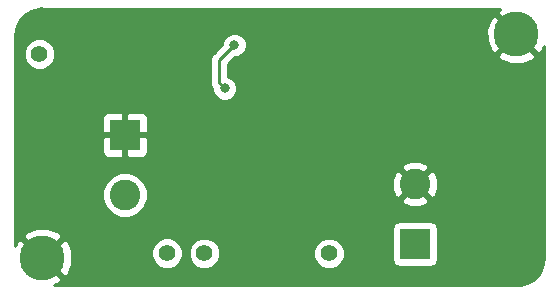
<source format=gbr>
G04 #@! TF.GenerationSoftware,KiCad,Pcbnew,5.0.2+dfsg1-1*
G04 #@! TF.CreationDate,2020-04-05T23:11:44-04:00*
G04 #@! TF.ProjectId,vreg-741,76726567-2d37-4343-912e-6b696361645f,rev?*
G04 #@! TF.SameCoordinates,Original*
G04 #@! TF.FileFunction,Copper,L2,Bot*
G04 #@! TF.FilePolarity,Positive*
%FSLAX46Y46*%
G04 Gerber Fmt 4.6, Leading zero omitted, Abs format (unit mm)*
G04 Created by KiCad (PCBNEW 5.0.2+dfsg1-1) date Sun 05 Apr 2020 11:11:44 PM EDT*
%MOMM*%
%LPD*%
G01*
G04 APERTURE LIST*
G04 #@! TA.AperFunction,ComponentPad*
%ADD10C,2.600000*%
G04 #@! TD*
G04 #@! TA.AperFunction,ComponentPad*
%ADD11R,2.600000X2.600000*%
G04 #@! TD*
G04 #@! TA.AperFunction,ComponentPad*
%ADD12C,1.400000*%
G04 #@! TD*
G04 #@! TA.AperFunction,ComponentPad*
%ADD13C,3.800000*%
G04 #@! TD*
G04 #@! TA.AperFunction,ViaPad*
%ADD14C,0.800000*%
G04 #@! TD*
G04 #@! TA.AperFunction,Conductor*
%ADD15C,0.250000*%
G04 #@! TD*
G04 #@! TA.AperFunction,Conductor*
%ADD16C,0.254000*%
G04 #@! TD*
G04 APERTURE END LIST*
D10*
G04 #@! TO.P,J2,2*
G04 #@! TO.N,GND*
X199694800Y-82143600D03*
D11*
G04 #@! TO.P,J2,1*
G04 #@! TO.N,LINE*
X199694800Y-87223600D03*
G04 #@! TD*
D12*
G04 #@! TO.P,VFB,1*
G04 #@! TO.N,/VFB*
X181864000Y-88011000D03*
G04 #@! TD*
D13*
G04 #@! TO.P,H2,1*
G04 #@! TO.N,GND*
X168148000Y-88392000D03*
G04 #@! TD*
G04 #@! TO.P,H3,1*
G04 #@! TO.N,GND*
X208280000Y-69469000D03*
G04 #@! TD*
D11*
G04 #@! TO.P,J1,1*
G04 #@! TO.N,GND*
X175133000Y-77978000D03*
D10*
G04 #@! TO.P,J1,2*
G04 #@! TO.N,/VIN*
X175133000Y-83058000D03*
G04 #@! TD*
D12*
G04 #@! TO.P,VIN,1*
G04 #@! TO.N,/VIN*
X178689000Y-88000000D03*
G04 #@! TD*
G04 #@! TO.P,VBUS,1*
G04 #@! TO.N,VBUS*
X167894000Y-71120000D03*
G04 #@! TD*
G04 #@! TO.P,LINE,1*
G04 #@! TO.N,LINE*
X192405000Y-88011000D03*
G04 #@! TD*
D14*
G04 #@! TO.N,VBUS*
X184404000Y-70358000D03*
X183578500Y-74041000D03*
G04 #@! TO.N,GND*
X184404000Y-68834000D03*
X186817000Y-77851000D03*
X186817000Y-84963000D03*
X189674500Y-83121500D03*
G04 #@! TD*
D15*
G04 #@! TO.N,VBUS*
X184404000Y-70358000D02*
X183134000Y-71628000D01*
X183134000Y-73596500D02*
X183578500Y-74041000D01*
X183134000Y-71628000D02*
X183134000Y-73596500D01*
G04 #@! TD*
D16*
G04 #@! TO.N,GND*
G36*
X168075612Y-67283000D02*
X206920491Y-67283000D01*
X206865353Y-67305839D01*
X206656775Y-67666170D01*
X208280000Y-69289395D01*
X208294143Y-69275253D01*
X208473748Y-69454858D01*
X208459605Y-69469000D01*
X210082830Y-71092225D01*
X210443161Y-70883647D01*
X210618001Y-70449454D01*
X210618000Y-88350752D01*
X210550612Y-88928751D01*
X210366234Y-89436705D01*
X210069941Y-89888625D01*
X209677636Y-90260259D01*
X209210354Y-90531677D01*
X208683867Y-90691134D01*
X208248381Y-90730000D01*
X169140548Y-90730000D01*
X169562647Y-90555161D01*
X169771225Y-90194830D01*
X168148000Y-88571605D01*
X168133858Y-88585748D01*
X167954253Y-88406143D01*
X167968395Y-88392000D01*
X168327605Y-88392000D01*
X169950830Y-90015225D01*
X170311161Y-89806647D01*
X170687862Y-88871157D01*
X170677892Y-87862721D01*
X170624762Y-87734452D01*
X177354000Y-87734452D01*
X177354000Y-88265548D01*
X177557242Y-88756217D01*
X177932783Y-89131758D01*
X178423452Y-89335000D01*
X178954548Y-89335000D01*
X179445217Y-89131758D01*
X179820758Y-88756217D01*
X180024000Y-88265548D01*
X180024000Y-87745452D01*
X180529000Y-87745452D01*
X180529000Y-88276548D01*
X180732242Y-88767217D01*
X181107783Y-89142758D01*
X181598452Y-89346000D01*
X182129548Y-89346000D01*
X182620217Y-89142758D01*
X182995758Y-88767217D01*
X183199000Y-88276548D01*
X183199000Y-87745452D01*
X191070000Y-87745452D01*
X191070000Y-88276548D01*
X191273242Y-88767217D01*
X191648783Y-89142758D01*
X192139452Y-89346000D01*
X192670548Y-89346000D01*
X193161217Y-89142758D01*
X193536758Y-88767217D01*
X193740000Y-88276548D01*
X193740000Y-87745452D01*
X193536758Y-87254783D01*
X193161217Y-86879242D01*
X192670548Y-86676000D01*
X192139452Y-86676000D01*
X191648783Y-86879242D01*
X191273242Y-87254783D01*
X191070000Y-87745452D01*
X183199000Y-87745452D01*
X182995758Y-87254783D01*
X182620217Y-86879242D01*
X182129548Y-86676000D01*
X181598452Y-86676000D01*
X181107783Y-86879242D01*
X180732242Y-87254783D01*
X180529000Y-87745452D01*
X180024000Y-87745452D01*
X180024000Y-87734452D01*
X179820758Y-87243783D01*
X179445217Y-86868242D01*
X178954548Y-86665000D01*
X178423452Y-86665000D01*
X177932783Y-86868242D01*
X177557242Y-87243783D01*
X177354000Y-87734452D01*
X170624762Y-87734452D01*
X170311161Y-86977353D01*
X169950830Y-86768775D01*
X168327605Y-88392000D01*
X167968395Y-88392000D01*
X166345170Y-86768775D01*
X165984839Y-86977353D01*
X165810000Y-87411544D01*
X165810000Y-86589170D01*
X166524775Y-86589170D01*
X168148000Y-88212395D01*
X169771225Y-86589170D01*
X169562647Y-86228839D01*
X168804624Y-85923600D01*
X197747360Y-85923600D01*
X197747360Y-88523600D01*
X197796643Y-88771365D01*
X197936991Y-88981409D01*
X198147035Y-89121757D01*
X198394800Y-89171040D01*
X200994800Y-89171040D01*
X201242565Y-89121757D01*
X201452609Y-88981409D01*
X201592957Y-88771365D01*
X201642240Y-88523600D01*
X201642240Y-85923600D01*
X201592957Y-85675835D01*
X201452609Y-85465791D01*
X201242565Y-85325443D01*
X200994800Y-85276160D01*
X198394800Y-85276160D01*
X198147035Y-85325443D01*
X197936991Y-85465791D01*
X197796643Y-85675835D01*
X197747360Y-85923600D01*
X168804624Y-85923600D01*
X168627157Y-85852138D01*
X167618721Y-85862108D01*
X166733353Y-86228839D01*
X166524775Y-86589170D01*
X165810000Y-86589170D01*
X165810000Y-82673105D01*
X173198000Y-82673105D01*
X173198000Y-83442895D01*
X173492586Y-84154090D01*
X174036910Y-84698414D01*
X174748105Y-84993000D01*
X175517895Y-84993000D01*
X176229090Y-84698414D01*
X176773414Y-84154090D01*
X177038937Y-83513059D01*
X198504946Y-83513059D01*
X198640304Y-83811055D01*
X199358680Y-84087666D01*
X200128227Y-84068310D01*
X200749296Y-83811055D01*
X200884654Y-83513059D01*
X199694800Y-82323205D01*
X198504946Y-83513059D01*
X177038937Y-83513059D01*
X177068000Y-83442895D01*
X177068000Y-82673105D01*
X176773414Y-81961910D01*
X176618984Y-81807480D01*
X197750734Y-81807480D01*
X197770090Y-82577027D01*
X198027345Y-83198096D01*
X198325341Y-83333454D01*
X199515195Y-82143600D01*
X199874405Y-82143600D01*
X201064259Y-83333454D01*
X201362255Y-83198096D01*
X201638866Y-82479720D01*
X201619510Y-81710173D01*
X201362255Y-81089104D01*
X201064259Y-80953746D01*
X199874405Y-82143600D01*
X199515195Y-82143600D01*
X198325341Y-80953746D01*
X198027345Y-81089104D01*
X197750734Y-81807480D01*
X176618984Y-81807480D01*
X176229090Y-81417586D01*
X175517895Y-81123000D01*
X174748105Y-81123000D01*
X174036910Y-81417586D01*
X173492586Y-81961910D01*
X173198000Y-82673105D01*
X165810000Y-82673105D01*
X165810000Y-80774141D01*
X198504946Y-80774141D01*
X199694800Y-81963995D01*
X200884654Y-80774141D01*
X200749296Y-80476145D01*
X200030920Y-80199534D01*
X199261373Y-80218890D01*
X198640304Y-80476145D01*
X198504946Y-80774141D01*
X165810000Y-80774141D01*
X165810000Y-78263750D01*
X173198000Y-78263750D01*
X173198000Y-79404309D01*
X173294673Y-79637698D01*
X173473301Y-79816327D01*
X173706690Y-79913000D01*
X174847250Y-79913000D01*
X175006000Y-79754250D01*
X175006000Y-78105000D01*
X175260000Y-78105000D01*
X175260000Y-79754250D01*
X175418750Y-79913000D01*
X176559310Y-79913000D01*
X176792699Y-79816327D01*
X176971327Y-79637698D01*
X177068000Y-79404309D01*
X177068000Y-78263750D01*
X176909250Y-78105000D01*
X175260000Y-78105000D01*
X175006000Y-78105000D01*
X173356750Y-78105000D01*
X173198000Y-78263750D01*
X165810000Y-78263750D01*
X165810000Y-76551691D01*
X173198000Y-76551691D01*
X173198000Y-77692250D01*
X173356750Y-77851000D01*
X175006000Y-77851000D01*
X175006000Y-76201750D01*
X175260000Y-76201750D01*
X175260000Y-77851000D01*
X176909250Y-77851000D01*
X177068000Y-77692250D01*
X177068000Y-76551691D01*
X176971327Y-76318302D01*
X176792699Y-76139673D01*
X176559310Y-76043000D01*
X175418750Y-76043000D01*
X175260000Y-76201750D01*
X175006000Y-76201750D01*
X174847250Y-76043000D01*
X173706690Y-76043000D01*
X173473301Y-76139673D01*
X173294673Y-76318302D01*
X173198000Y-76551691D01*
X165810000Y-76551691D01*
X165810000Y-70854452D01*
X166559000Y-70854452D01*
X166559000Y-71385548D01*
X166762242Y-71876217D01*
X167137783Y-72251758D01*
X167628452Y-72455000D01*
X168159548Y-72455000D01*
X168650217Y-72251758D01*
X169025758Y-71876217D01*
X169128572Y-71628000D01*
X182359112Y-71628000D01*
X182374000Y-71702847D01*
X182374001Y-73521648D01*
X182359112Y-73596500D01*
X182374001Y-73671352D01*
X182418097Y-73893037D01*
X182543500Y-74080716D01*
X182543500Y-74246874D01*
X182701069Y-74627280D01*
X182992220Y-74918431D01*
X183372626Y-75076000D01*
X183784374Y-75076000D01*
X184164780Y-74918431D01*
X184455931Y-74627280D01*
X184613500Y-74246874D01*
X184613500Y-73835126D01*
X184455931Y-73454720D01*
X184164780Y-73163569D01*
X183894000Y-73051408D01*
X183894000Y-71942801D01*
X184443802Y-71393000D01*
X184609874Y-71393000D01*
X184902404Y-71271830D01*
X206656775Y-71271830D01*
X206865353Y-71632161D01*
X207800843Y-72008862D01*
X208809279Y-71998892D01*
X209694647Y-71632161D01*
X209903225Y-71271830D01*
X208280000Y-69648605D01*
X206656775Y-71271830D01*
X184902404Y-71271830D01*
X184990280Y-71235431D01*
X185281431Y-70944280D01*
X185439000Y-70563874D01*
X185439000Y-70152126D01*
X185281431Y-69771720D01*
X184990280Y-69480569D01*
X184609874Y-69323000D01*
X184198126Y-69323000D01*
X183817720Y-69480569D01*
X183526569Y-69771720D01*
X183369000Y-70152126D01*
X183369000Y-70318198D01*
X182649530Y-71037669D01*
X182586071Y-71080071D01*
X182418096Y-71331464D01*
X182374000Y-71553149D01*
X182374000Y-71553153D01*
X182359112Y-71628000D01*
X169128572Y-71628000D01*
X169229000Y-71385548D01*
X169229000Y-70854452D01*
X169025758Y-70363783D01*
X168650217Y-69988242D01*
X168159548Y-69785000D01*
X167628452Y-69785000D01*
X167137783Y-69988242D01*
X166762242Y-70363783D01*
X166559000Y-70854452D01*
X165810000Y-70854452D01*
X165810000Y-69637248D01*
X165877388Y-69059249D01*
X165902581Y-68989843D01*
X205740138Y-68989843D01*
X205750108Y-69998279D01*
X206116839Y-70883647D01*
X206477170Y-71092225D01*
X208100395Y-69469000D01*
X206477170Y-67845775D01*
X206116839Y-68054353D01*
X205740138Y-68989843D01*
X165902581Y-68989843D01*
X166061766Y-68551295D01*
X166358057Y-68099376D01*
X166750364Y-67727742D01*
X167217641Y-67456325D01*
X167744132Y-67296866D01*
X168021067Y-67272150D01*
X168075612Y-67283000D01*
X168075612Y-67283000D01*
G37*
X168075612Y-67283000D02*
X206920491Y-67283000D01*
X206865353Y-67305839D01*
X206656775Y-67666170D01*
X208280000Y-69289395D01*
X208294143Y-69275253D01*
X208473748Y-69454858D01*
X208459605Y-69469000D01*
X210082830Y-71092225D01*
X210443161Y-70883647D01*
X210618001Y-70449454D01*
X210618000Y-88350752D01*
X210550612Y-88928751D01*
X210366234Y-89436705D01*
X210069941Y-89888625D01*
X209677636Y-90260259D01*
X209210354Y-90531677D01*
X208683867Y-90691134D01*
X208248381Y-90730000D01*
X169140548Y-90730000D01*
X169562647Y-90555161D01*
X169771225Y-90194830D01*
X168148000Y-88571605D01*
X168133858Y-88585748D01*
X167954253Y-88406143D01*
X167968395Y-88392000D01*
X168327605Y-88392000D01*
X169950830Y-90015225D01*
X170311161Y-89806647D01*
X170687862Y-88871157D01*
X170677892Y-87862721D01*
X170624762Y-87734452D01*
X177354000Y-87734452D01*
X177354000Y-88265548D01*
X177557242Y-88756217D01*
X177932783Y-89131758D01*
X178423452Y-89335000D01*
X178954548Y-89335000D01*
X179445217Y-89131758D01*
X179820758Y-88756217D01*
X180024000Y-88265548D01*
X180024000Y-87745452D01*
X180529000Y-87745452D01*
X180529000Y-88276548D01*
X180732242Y-88767217D01*
X181107783Y-89142758D01*
X181598452Y-89346000D01*
X182129548Y-89346000D01*
X182620217Y-89142758D01*
X182995758Y-88767217D01*
X183199000Y-88276548D01*
X183199000Y-87745452D01*
X191070000Y-87745452D01*
X191070000Y-88276548D01*
X191273242Y-88767217D01*
X191648783Y-89142758D01*
X192139452Y-89346000D01*
X192670548Y-89346000D01*
X193161217Y-89142758D01*
X193536758Y-88767217D01*
X193740000Y-88276548D01*
X193740000Y-87745452D01*
X193536758Y-87254783D01*
X193161217Y-86879242D01*
X192670548Y-86676000D01*
X192139452Y-86676000D01*
X191648783Y-86879242D01*
X191273242Y-87254783D01*
X191070000Y-87745452D01*
X183199000Y-87745452D01*
X182995758Y-87254783D01*
X182620217Y-86879242D01*
X182129548Y-86676000D01*
X181598452Y-86676000D01*
X181107783Y-86879242D01*
X180732242Y-87254783D01*
X180529000Y-87745452D01*
X180024000Y-87745452D01*
X180024000Y-87734452D01*
X179820758Y-87243783D01*
X179445217Y-86868242D01*
X178954548Y-86665000D01*
X178423452Y-86665000D01*
X177932783Y-86868242D01*
X177557242Y-87243783D01*
X177354000Y-87734452D01*
X170624762Y-87734452D01*
X170311161Y-86977353D01*
X169950830Y-86768775D01*
X168327605Y-88392000D01*
X167968395Y-88392000D01*
X166345170Y-86768775D01*
X165984839Y-86977353D01*
X165810000Y-87411544D01*
X165810000Y-86589170D01*
X166524775Y-86589170D01*
X168148000Y-88212395D01*
X169771225Y-86589170D01*
X169562647Y-86228839D01*
X168804624Y-85923600D01*
X197747360Y-85923600D01*
X197747360Y-88523600D01*
X197796643Y-88771365D01*
X197936991Y-88981409D01*
X198147035Y-89121757D01*
X198394800Y-89171040D01*
X200994800Y-89171040D01*
X201242565Y-89121757D01*
X201452609Y-88981409D01*
X201592957Y-88771365D01*
X201642240Y-88523600D01*
X201642240Y-85923600D01*
X201592957Y-85675835D01*
X201452609Y-85465791D01*
X201242565Y-85325443D01*
X200994800Y-85276160D01*
X198394800Y-85276160D01*
X198147035Y-85325443D01*
X197936991Y-85465791D01*
X197796643Y-85675835D01*
X197747360Y-85923600D01*
X168804624Y-85923600D01*
X168627157Y-85852138D01*
X167618721Y-85862108D01*
X166733353Y-86228839D01*
X166524775Y-86589170D01*
X165810000Y-86589170D01*
X165810000Y-82673105D01*
X173198000Y-82673105D01*
X173198000Y-83442895D01*
X173492586Y-84154090D01*
X174036910Y-84698414D01*
X174748105Y-84993000D01*
X175517895Y-84993000D01*
X176229090Y-84698414D01*
X176773414Y-84154090D01*
X177038937Y-83513059D01*
X198504946Y-83513059D01*
X198640304Y-83811055D01*
X199358680Y-84087666D01*
X200128227Y-84068310D01*
X200749296Y-83811055D01*
X200884654Y-83513059D01*
X199694800Y-82323205D01*
X198504946Y-83513059D01*
X177038937Y-83513059D01*
X177068000Y-83442895D01*
X177068000Y-82673105D01*
X176773414Y-81961910D01*
X176618984Y-81807480D01*
X197750734Y-81807480D01*
X197770090Y-82577027D01*
X198027345Y-83198096D01*
X198325341Y-83333454D01*
X199515195Y-82143600D01*
X199874405Y-82143600D01*
X201064259Y-83333454D01*
X201362255Y-83198096D01*
X201638866Y-82479720D01*
X201619510Y-81710173D01*
X201362255Y-81089104D01*
X201064259Y-80953746D01*
X199874405Y-82143600D01*
X199515195Y-82143600D01*
X198325341Y-80953746D01*
X198027345Y-81089104D01*
X197750734Y-81807480D01*
X176618984Y-81807480D01*
X176229090Y-81417586D01*
X175517895Y-81123000D01*
X174748105Y-81123000D01*
X174036910Y-81417586D01*
X173492586Y-81961910D01*
X173198000Y-82673105D01*
X165810000Y-82673105D01*
X165810000Y-80774141D01*
X198504946Y-80774141D01*
X199694800Y-81963995D01*
X200884654Y-80774141D01*
X200749296Y-80476145D01*
X200030920Y-80199534D01*
X199261373Y-80218890D01*
X198640304Y-80476145D01*
X198504946Y-80774141D01*
X165810000Y-80774141D01*
X165810000Y-78263750D01*
X173198000Y-78263750D01*
X173198000Y-79404309D01*
X173294673Y-79637698D01*
X173473301Y-79816327D01*
X173706690Y-79913000D01*
X174847250Y-79913000D01*
X175006000Y-79754250D01*
X175006000Y-78105000D01*
X175260000Y-78105000D01*
X175260000Y-79754250D01*
X175418750Y-79913000D01*
X176559310Y-79913000D01*
X176792699Y-79816327D01*
X176971327Y-79637698D01*
X177068000Y-79404309D01*
X177068000Y-78263750D01*
X176909250Y-78105000D01*
X175260000Y-78105000D01*
X175006000Y-78105000D01*
X173356750Y-78105000D01*
X173198000Y-78263750D01*
X165810000Y-78263750D01*
X165810000Y-76551691D01*
X173198000Y-76551691D01*
X173198000Y-77692250D01*
X173356750Y-77851000D01*
X175006000Y-77851000D01*
X175006000Y-76201750D01*
X175260000Y-76201750D01*
X175260000Y-77851000D01*
X176909250Y-77851000D01*
X177068000Y-77692250D01*
X177068000Y-76551691D01*
X176971327Y-76318302D01*
X176792699Y-76139673D01*
X176559310Y-76043000D01*
X175418750Y-76043000D01*
X175260000Y-76201750D01*
X175006000Y-76201750D01*
X174847250Y-76043000D01*
X173706690Y-76043000D01*
X173473301Y-76139673D01*
X173294673Y-76318302D01*
X173198000Y-76551691D01*
X165810000Y-76551691D01*
X165810000Y-70854452D01*
X166559000Y-70854452D01*
X166559000Y-71385548D01*
X166762242Y-71876217D01*
X167137783Y-72251758D01*
X167628452Y-72455000D01*
X168159548Y-72455000D01*
X168650217Y-72251758D01*
X169025758Y-71876217D01*
X169128572Y-71628000D01*
X182359112Y-71628000D01*
X182374000Y-71702847D01*
X182374001Y-73521648D01*
X182359112Y-73596500D01*
X182374001Y-73671352D01*
X182418097Y-73893037D01*
X182543500Y-74080716D01*
X182543500Y-74246874D01*
X182701069Y-74627280D01*
X182992220Y-74918431D01*
X183372626Y-75076000D01*
X183784374Y-75076000D01*
X184164780Y-74918431D01*
X184455931Y-74627280D01*
X184613500Y-74246874D01*
X184613500Y-73835126D01*
X184455931Y-73454720D01*
X184164780Y-73163569D01*
X183894000Y-73051408D01*
X183894000Y-71942801D01*
X184443802Y-71393000D01*
X184609874Y-71393000D01*
X184902404Y-71271830D01*
X206656775Y-71271830D01*
X206865353Y-71632161D01*
X207800843Y-72008862D01*
X208809279Y-71998892D01*
X209694647Y-71632161D01*
X209903225Y-71271830D01*
X208280000Y-69648605D01*
X206656775Y-71271830D01*
X184902404Y-71271830D01*
X184990280Y-71235431D01*
X185281431Y-70944280D01*
X185439000Y-70563874D01*
X185439000Y-70152126D01*
X185281431Y-69771720D01*
X184990280Y-69480569D01*
X184609874Y-69323000D01*
X184198126Y-69323000D01*
X183817720Y-69480569D01*
X183526569Y-69771720D01*
X183369000Y-70152126D01*
X183369000Y-70318198D01*
X182649530Y-71037669D01*
X182586071Y-71080071D01*
X182418096Y-71331464D01*
X182374000Y-71553149D01*
X182374000Y-71553153D01*
X182359112Y-71628000D01*
X169128572Y-71628000D01*
X169229000Y-71385548D01*
X169229000Y-70854452D01*
X169025758Y-70363783D01*
X168650217Y-69988242D01*
X168159548Y-69785000D01*
X167628452Y-69785000D01*
X167137783Y-69988242D01*
X166762242Y-70363783D01*
X166559000Y-70854452D01*
X165810000Y-70854452D01*
X165810000Y-69637248D01*
X165877388Y-69059249D01*
X165902581Y-68989843D01*
X205740138Y-68989843D01*
X205750108Y-69998279D01*
X206116839Y-70883647D01*
X206477170Y-71092225D01*
X208100395Y-69469000D01*
X206477170Y-67845775D01*
X206116839Y-68054353D01*
X205740138Y-68989843D01*
X165902581Y-68989843D01*
X166061766Y-68551295D01*
X166358057Y-68099376D01*
X166750364Y-67727742D01*
X167217641Y-67456325D01*
X167744132Y-67296866D01*
X168021067Y-67272150D01*
X168075612Y-67283000D01*
G04 #@! TD*
M02*

</source>
